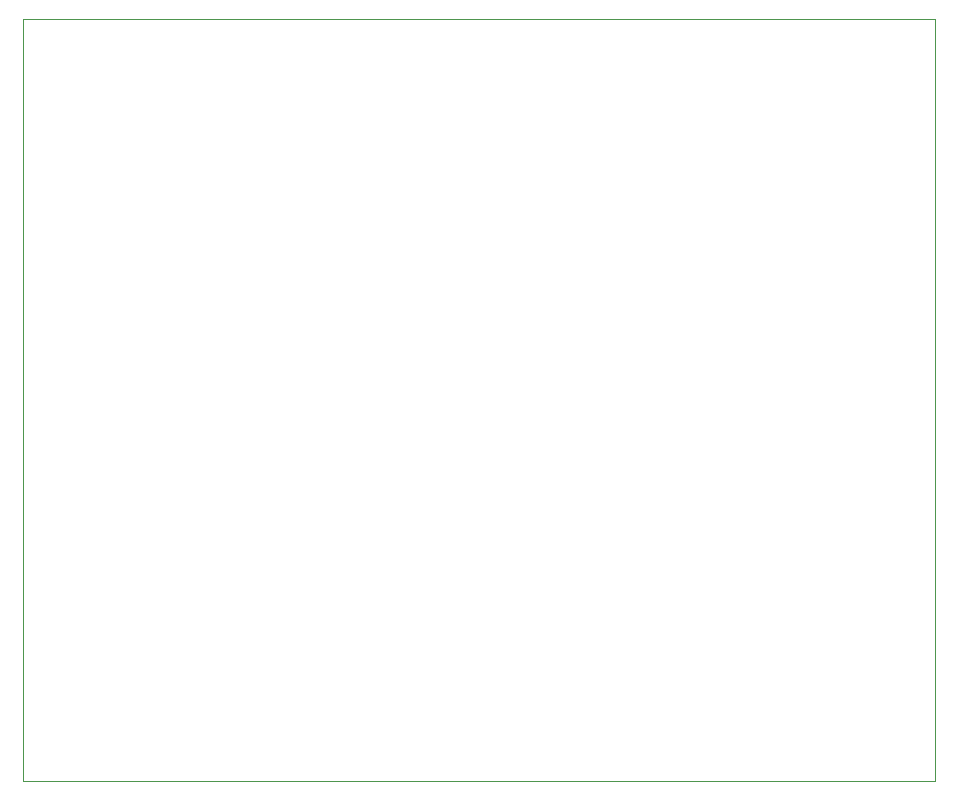
<source format=gm1>
%TF.GenerationSoftware,KiCad,Pcbnew,(6.0.1-0)*%
%TF.CreationDate,2022-02-06T09:10:28-08:00*%
%TF.ProjectId,power-wedge-control,706f7765-722d-4776-9564-67652d636f6e,1*%
%TF.SameCoordinates,Original*%
%TF.FileFunction,Profile,NP*%
%FSLAX46Y46*%
G04 Gerber Fmt 4.6, Leading zero omitted, Abs format (unit mm)*
G04 Created by KiCad (PCBNEW (6.0.1-0)) date 2022-02-06 09:10:28*
%MOMM*%
%LPD*%
G01*
G04 APERTURE LIST*
%TA.AperFunction,Profile*%
%ADD10C,0.050000*%
%TD*%
G04 APERTURE END LIST*
D10*
X190754000Y-76581000D02*
X190740000Y-141045000D01*
X190740000Y-141045000D02*
X113538000Y-141045000D01*
X113538000Y-141045000D02*
X113538000Y-76581000D01*
X113538000Y-76581000D02*
X190754000Y-76581000D01*
M02*

</source>
